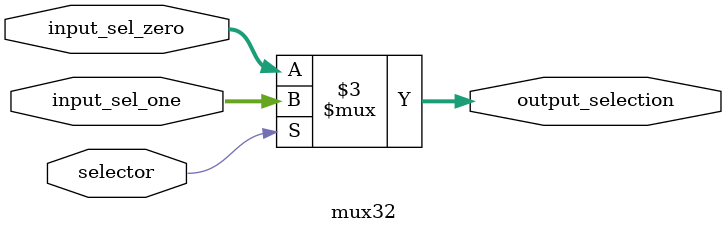
<source format=v>

module mux32 (input_sel_zero,
              input_sel_one,
              selector,
              output_selection
              );

// i/o
input selector;

input wire [31:0] input_sel_zero;
input wire [31:0] input_sel_one;

output reg [31:0] output_selection;

// logic
always @ ( * ) begin
    if (selector) begin
        output_selection <= input_sel_one;
    end // if selector
    else begin
        output_selection <= input_sel_zero;
    end // else selector
end
endmodule // mux32

</source>
